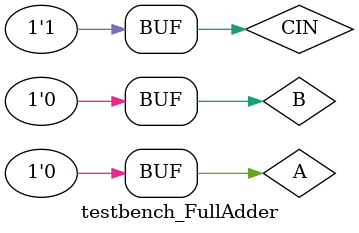
<source format=v>
module testbench_FullAdder();
	reg A;
	reg B;
	reg CIN;

	wire SUM;
	wire COUT;

	//Instantiate DUT
	FullAdder1bit_Structural FULLADDER1(
		.A(A),
		.B(B),
		.CIN(CIN),
		.SUM(SUM),
		.COUT(COUT)
	);

	initial begin
		$monitor("A=%b , B=%b , CIN=%b , SUM=%b , COUT=%b" , A , B , CIN , SUM , COUT);
	end

	initial begin
		#1;
		A=0; B=0; CIN=0;
		#1;
		A=1; B=1; CIN=1;
		#1;
		A=1; B=1; CIN=0;
		#1;
		A=0; B=0; CIN=1;
	end
endmodule

</source>
